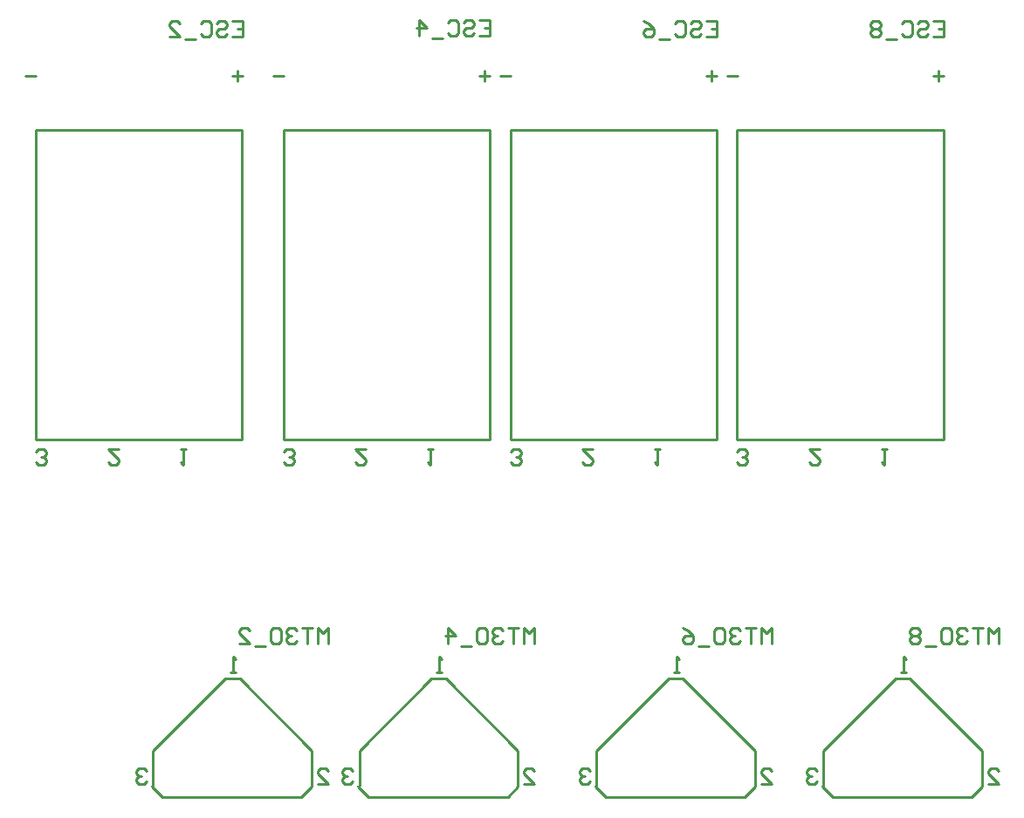
<source format=gbo>
G04 Layer_Color=32896*
%FSLAX25Y25*%
%MOIN*%
G70*
G01*
G75*
%ADD15C,0.01000*%
%ADD16C,0.01000*%
D15*
X434449Y148571D02*
X437992D01*
X406890Y121012D02*
X434449Y148571D01*
X406890Y107626D02*
Y121012D01*
X406496Y107232D02*
X406890Y107626D01*
X406496Y107232D02*
X410433Y103295D01*
X437992Y148571D02*
X439961D01*
X467520Y121012D01*
Y107232D02*
Y121012D01*
X463583Y103295D02*
X467520Y107232D01*
X410433Y103295D02*
X463583D01*
X257284Y148571D02*
X260827D01*
X229724Y121012D02*
X257284Y148571D01*
X229724Y107626D02*
Y121012D01*
X229331Y107232D02*
X229724Y107626D01*
X229331Y107232D02*
X233268Y103295D01*
X260827Y148571D02*
X262795D01*
X290354Y121012D01*
Y107232D02*
Y121012D01*
X286417Y103295D02*
X290354Y107232D01*
X233268Y103295D02*
X286417D01*
X200787Y240157D02*
Y358268D01*
Y240157D02*
X279528D01*
Y358268D01*
X200787D02*
X279528D01*
X178543Y148571D02*
X182087D01*
X150984Y121012D02*
X178543Y148571D01*
X150984Y107626D02*
Y121012D01*
X150591Y107232D02*
X150984Y107626D01*
X150591Y107232D02*
X154528Y103295D01*
X182087Y148571D02*
X184055D01*
X211614Y121012D01*
Y107232D02*
Y121012D01*
X207677Y103295D02*
X211614Y107232D01*
X154528Y103295D02*
X207677D01*
X106299Y240157D02*
Y358268D01*
Y240157D02*
X185039D01*
Y358268D01*
X106299D02*
X185039D01*
X347835Y148571D02*
X351378D01*
X320276Y121012D02*
X347835Y148571D01*
X320276Y107626D02*
Y121012D01*
X319882Y107232D02*
X320276Y107626D01*
X319882Y107232D02*
X323819Y103295D01*
X351378Y148571D02*
X353347D01*
X380906Y121012D01*
Y107232D02*
Y121012D01*
X376969Y103295D02*
X380906Y107232D01*
X323819Y103295D02*
X376969D01*
X374016Y240157D02*
Y358268D01*
Y240157D02*
X452756D01*
Y358268D01*
X374016D02*
X452756D01*
X287402Y240157D02*
Y358268D01*
Y240157D02*
X366142D01*
Y358268D01*
X287402D02*
X366142D01*
X473841Y161896D02*
Y167894D01*
X471842Y165895D01*
X469842Y167894D01*
Y161896D01*
X467843Y167894D02*
X463844D01*
X465844D01*
Y161896D01*
X461845Y166894D02*
X460845Y167894D01*
X458846D01*
X457846Y166894D01*
Y165895D01*
X458846Y164895D01*
X459846D01*
X458846D01*
X457846Y163895D01*
Y162896D01*
X458846Y161896D01*
X460845D01*
X461845Y162896D01*
X455847Y166894D02*
X454847Y167894D01*
X452848D01*
X451848Y166894D01*
Y162896D01*
X452848Y161896D01*
X454847D01*
X455847Y162896D01*
Y166894D01*
X449849Y160897D02*
X445850D01*
X443851Y166894D02*
X442851Y167894D01*
X440852D01*
X439852Y166894D01*
Y165895D01*
X440852Y164895D01*
X439852Y163895D01*
Y162896D01*
X440852Y161896D01*
X442851D01*
X443851Y162896D01*
Y163895D01*
X442851Y164895D01*
X443851Y165895D01*
Y166894D01*
X442851Y164895D02*
X440852D01*
X438386Y150933D02*
X436386D01*
X437386D01*
Y156931D01*
X438386Y155931D01*
X404528Y113412D02*
X403528Y114411D01*
X401529D01*
X400529Y113412D01*
Y112412D01*
X401529Y111413D01*
X402528D01*
X401529D01*
X400529Y110413D01*
Y109413D01*
X401529Y108413D01*
X403528D01*
X404528Y109413D01*
X469820Y108413D02*
X473819D01*
X469820Y112412D01*
Y113412D01*
X470820Y114411D01*
X472819D01*
X473819Y113412D01*
X296664Y161959D02*
Y167957D01*
X294664Y165958D01*
X292665Y167957D01*
Y161959D01*
X290666Y167957D02*
X286667D01*
X288666D01*
Y161959D01*
X284668Y166957D02*
X283668Y167957D01*
X281669D01*
X280669Y166957D01*
Y165958D01*
X281669Y164958D01*
X282668D01*
X281669D01*
X280669Y163958D01*
Y162959D01*
X281669Y161959D01*
X283668D01*
X284668Y162959D01*
X278670Y166957D02*
X277670Y167957D01*
X275671D01*
X274671Y166957D01*
Y162959D01*
X275671Y161959D01*
X277670D01*
X278670Y162959D01*
Y166957D01*
X272672Y160959D02*
X268673D01*
X263674Y161959D02*
Y167957D01*
X266673Y164958D01*
X262675D01*
X261220Y150933D02*
X259221D01*
X260221D01*
Y156931D01*
X261220Y155931D01*
X227362Y113412D02*
X226362Y114411D01*
X224363D01*
X223363Y113412D01*
Y112412D01*
X224363Y111412D01*
X225363D01*
X224363D01*
X223363Y110413D01*
Y109413D01*
X224363Y108413D01*
X226362D01*
X227362Y109413D01*
X292655Y108413D02*
X296654D01*
X292655Y112412D01*
Y113412D01*
X293654Y114411D01*
X295654D01*
X296654Y113412D01*
X275553Y400194D02*
X279552D01*
Y394196D01*
X275553D01*
X279552Y397195D02*
X277552D01*
X269555Y399195D02*
X270554Y400194D01*
X272554D01*
X273553Y399195D01*
Y398195D01*
X272554Y397195D01*
X270554D01*
X269555Y396195D01*
Y395196D01*
X270554Y394196D01*
X272554D01*
X273553Y395196D01*
X263557Y399195D02*
X264556Y400194D01*
X266556D01*
X267555Y399195D01*
Y395196D01*
X266556Y394196D01*
X264556D01*
X263557Y395196D01*
X261557Y393196D02*
X257559D01*
X252560Y394196D02*
Y400194D01*
X255559Y397195D01*
X251560D01*
X275590Y378891D02*
X279589D01*
X277590Y376891D02*
Y380890D01*
X196850Y378891D02*
X200849D01*
X255906Y236221D02*
X257905D01*
X256905D01*
Y230222D01*
X255906Y231222D01*
X232345Y236221D02*
X228346D01*
X232345Y232222D01*
Y231222D01*
X231346Y230222D01*
X229346D01*
X228346Y231222D01*
X200787D02*
X201787Y230222D01*
X203786D01*
X204786Y231222D01*
Y232222D01*
X203786Y233222D01*
X202787D01*
X203786D01*
X204786Y234221D01*
Y235221D01*
X203786Y236221D01*
X201787D01*
X200787Y235221D01*
X217889Y161959D02*
Y167957D01*
X215890Y165958D01*
X213890Y167957D01*
Y161959D01*
X211891Y167957D02*
X207892D01*
X209892D01*
Y161959D01*
X205893Y166957D02*
X204893Y167957D01*
X202894D01*
X201894Y166957D01*
Y165958D01*
X202894Y164958D01*
X203893D01*
X202894D01*
X201894Y163959D01*
Y162959D01*
X202894Y161959D01*
X204893D01*
X205893Y162959D01*
X199895Y166957D02*
X198895Y167957D01*
X196896D01*
X195896Y166957D01*
Y162959D01*
X196896Y161959D01*
X198895D01*
X199895Y162959D01*
Y166957D01*
X193897Y160959D02*
X189898D01*
X183900Y161959D02*
X187899D01*
X183900Y165958D01*
Y166957D01*
X184900Y167957D01*
X186899D01*
X187899Y166957D01*
X182480Y150933D02*
X180481D01*
X181481D01*
Y156931D01*
X182480Y155931D01*
X148622Y113412D02*
X147622Y114411D01*
X145623D01*
X144623Y113412D01*
Y112412D01*
X145623Y111413D01*
X146623D01*
X145623D01*
X144623Y110413D01*
Y109413D01*
X145623Y108413D01*
X147622D01*
X148622Y109413D01*
X213915Y108413D02*
X217913D01*
X213915Y112412D01*
Y113412D01*
X214914Y114411D01*
X216914D01*
X217913Y113412D01*
X181134Y400146D02*
X185133D01*
Y394148D01*
X181134D01*
X185133Y397147D02*
X183133D01*
X175136Y399146D02*
X176136Y400146D01*
X178135D01*
X179135Y399146D01*
Y398147D01*
X178135Y397147D01*
X176136D01*
X175136Y396147D01*
Y395148D01*
X176136Y394148D01*
X178135D01*
X179135Y395148D01*
X169138Y399146D02*
X170137Y400146D01*
X172137D01*
X173136Y399146D01*
Y395148D01*
X172137Y394148D01*
X170137D01*
X169138Y395148D01*
X167138Y393148D02*
X163140D01*
X157142Y394148D02*
X161140D01*
X157142Y398147D01*
Y399146D01*
X158141Y400146D01*
X160141D01*
X161140Y399146D01*
X181102Y378891D02*
X185101D01*
X183102Y376891D02*
Y380890D01*
X102362Y378891D02*
X106361D01*
X161417Y236221D02*
X163417D01*
X162417D01*
Y230222D01*
X161417Y231222D01*
X137857Y236221D02*
X133858D01*
X137857Y232222D01*
Y231222D01*
X136857Y230222D01*
X134858D01*
X133858Y231222D01*
X106299D02*
X107299Y230222D01*
X109298D01*
X110298Y231222D01*
Y232222D01*
X109298Y233222D01*
X108299D01*
X109298D01*
X110298Y234221D01*
Y235221D01*
X109298Y236221D01*
X107299D01*
X106299Y235221D01*
X448803Y400142D02*
X452802D01*
Y394144D01*
X448803D01*
X452802Y397143D02*
X450803D01*
X442805Y399143D02*
X443805Y400142D01*
X445804D01*
X446804Y399143D01*
Y398143D01*
X445804Y397143D01*
X443805D01*
X442805Y396143D01*
Y395144D01*
X443805Y394144D01*
X445804D01*
X446804Y395144D01*
X436807Y399143D02*
X437807Y400142D01*
X439806D01*
X440806Y399143D01*
Y395144D01*
X439806Y394144D01*
X437807D01*
X436807Y395144D01*
X434808Y393144D02*
X430809D01*
X428810Y399143D02*
X427810Y400142D01*
X425811D01*
X424811Y399143D01*
Y398143D01*
X425811Y397143D01*
X424811Y396143D01*
Y395144D01*
X425811Y394144D01*
X427810D01*
X428810Y395144D01*
Y396143D01*
X427810Y397143D01*
X428810Y398143D01*
Y399143D01*
X427810Y397143D02*
X425811D01*
X448819Y378891D02*
X452818D01*
X450818Y376891D02*
Y380890D01*
X370079Y378891D02*
X374077D01*
X429134Y236221D02*
X431133D01*
X430133D01*
Y230222D01*
X429134Y231222D01*
X405574Y236221D02*
X401575D01*
X405574Y232222D01*
Y231222D01*
X404574Y230222D01*
X402574D01*
X401575Y231222D01*
X374016D02*
X375015Y230222D01*
X377015D01*
X378014Y231222D01*
Y232222D01*
X377015Y233222D01*
X376015D01*
X377015D01*
X378014Y234221D01*
Y235221D01*
X377015Y236221D01*
X375015D01*
X374016Y235221D01*
X387177Y161885D02*
Y167883D01*
X385178Y165884D01*
X383178Y167883D01*
Y161885D01*
X381179Y167883D02*
X377180D01*
X379180D01*
Y161885D01*
X375181Y166883D02*
X374181Y167883D01*
X372182D01*
X371182Y166883D01*
Y165884D01*
X372182Y164884D01*
X373182D01*
X372182D01*
X371182Y163884D01*
Y162885D01*
X372182Y161885D01*
X374181D01*
X375181Y162885D01*
X369183Y166883D02*
X368183Y167883D01*
X366184D01*
X365184Y166883D01*
Y162885D01*
X366184Y161885D01*
X368183D01*
X369183Y162885D01*
Y166883D01*
X363185Y160885D02*
X359186D01*
X353188Y167883D02*
X355188Y166883D01*
X357187Y164884D01*
Y162885D01*
X356187Y161885D01*
X354188D01*
X353188Y162885D01*
Y163884D01*
X354188Y164884D01*
X357187D01*
X351772Y150933D02*
X349772D01*
X350772D01*
Y156931D01*
X351772Y155931D01*
X317913Y113412D02*
X316914Y114411D01*
X314914D01*
X313915Y113412D01*
Y112412D01*
X314914Y111412D01*
X315914D01*
X314914D01*
X313915Y110413D01*
Y109413D01*
X314914Y108413D01*
X316914D01*
X317913Y109413D01*
X383206Y108413D02*
X387205D01*
X383206Y112412D01*
Y113412D01*
X384206Y114411D01*
X386205D01*
X387205Y113412D01*
X362195Y400135D02*
X366194D01*
Y394137D01*
X362195D01*
X366194Y397136D02*
X364195D01*
X356197Y399135D02*
X357197Y400135D01*
X359196D01*
X360196Y399135D01*
Y398136D01*
X359196Y397136D01*
X357197D01*
X356197Y396136D01*
Y395137D01*
X357197Y394137D01*
X359196D01*
X360196Y395137D01*
X350199Y399135D02*
X351199Y400135D01*
X353198D01*
X354198Y399135D01*
Y395137D01*
X353198Y394137D01*
X351199D01*
X350199Y395137D01*
X348200Y393137D02*
X344201D01*
X338203Y400135D02*
X340202Y399135D01*
X342202Y397136D01*
Y395137D01*
X341202Y394137D01*
X339203D01*
X338203Y395137D01*
Y396136D01*
X339203Y397136D01*
X342202D01*
X362205Y378891D02*
X366203D01*
X364204Y376891D02*
Y380890D01*
X283465Y378891D02*
X287463D01*
X342520Y236221D02*
X344519D01*
X343519D01*
Y230222D01*
X342520Y231222D01*
X318959Y236221D02*
X314961D01*
X318959Y232222D01*
Y231222D01*
X317960Y230222D01*
X315960D01*
X314961Y231222D01*
X287402D02*
X288401Y230222D01*
X290401D01*
X291400Y231222D01*
Y232222D01*
X290401Y233222D01*
X289401D01*
X290401D01*
X291400Y234221D01*
Y235221D01*
X290401Y236221D01*
X288401D01*
X287402Y235221D01*
D16*
X406496Y107232D02*
D03*
X467520D02*
D03*
X229331D02*
D03*
X290354D02*
D03*
X150591D02*
D03*
X211614D02*
D03*
X319882D02*
D03*
X380906D02*
D03*
M02*

</source>
